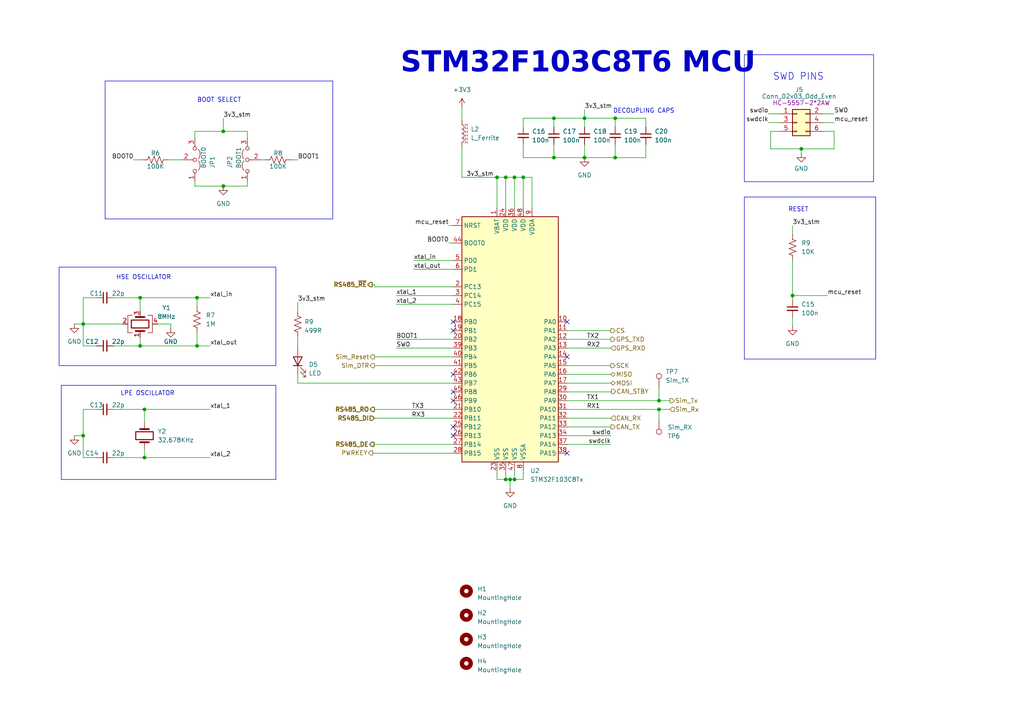
<source format=kicad_sch>
(kicad_sch (version 20230121) (generator eeschema)
  (paper "A4")
  (lib_symbols
    (symbol "Connector:TestPoint" (pin_numbers hide) (pin_names (offset 0.762) hide)
      (property "Reference" "TP" (at 0 6.858 0))
      (property "Value" "TestPoint" (at 0 5.08 0))
      (symbol "TestPoint_0_1"
        (circle (center 0 3.302) (radius 0.762))
      )
      (symbol "TestPoint_1_1"
        (pin passive line (at 0 0 90) (length 2.54) (name "1") (number "1"))
      )
    )
    (symbol "Connector_Generic:Conn_02x03_Odd_Even" (pin_names (offset 1.016) hide)
      (property "Reference" "J" (at 1.27 5.08 0))
      (property "Value" "Conn_02x03_Odd_Even" (at 1.27 -5.08 0))
      (symbol "Conn_02x03_Odd_Even_1_1"
        (rectangle (start -1.27 -2.413) (end 0 -2.667) (stroke (width 0.1524)))
        (rectangle (start -1.27 0.127) (end 0 -0.127) (stroke (width 0.1524)))
        (rectangle (start -1.27 2.667) (end 0 2.413) (stroke (width 0.1524)))
        (rectangle (start -1.27 3.81) (end 3.81 -3.81) (stroke (width 0.254)) (fill (type background)))
        (rectangle (start 3.81 -2.413) (end 2.54 -2.667) (stroke (width 0.1524)))
        (rectangle (start 3.81 0.127) (end 2.54 -0.127) (stroke (width 0.1524)))
        (rectangle (start 3.81 2.667) (end 2.54 2.413) (stroke (width 0.1524)))
        (pin passive line (at -5.08 2.54 0) (length 3.81) (name "Pin_1") (number "1"))
        (pin passive line (at 7.62 2.54 180) (length 3.81) (name "Pin_2") (number "2"))
        (pin passive line (at -5.08 0 0) (length 3.81) (name "Pin_3") (number "3"))
        (pin passive line (at 7.62 0 180) (length 3.81) (name "Pin_4") (number "4"))
        (pin passive line (at -5.08 -2.54 0) (length 3.81) (name "Pin_5") (number "5"))
        (pin passive line (at 7.62 -2.54 180) (length 3.81) (name "Pin_6") (number "6"))
      )
    )
    (symbol "Device:C_Small" (pin_numbers hide) (pin_names (offset 0.254) hide)
      (property "Reference" "C" (at 0.254 1.778 0))
      (property "Value" "C_Small" (at 0.254 -2.032 0))
      (symbol "C_Small_0_1"
        (polyline (pts (xy -1.524 -0.508) (xy 1.524 -0.508)) (stroke (width 0.3302)))
        (polyline (pts (xy -1.524 0.508) (xy 1.524 0.508)) (stroke (width 0.3048)))
      )
      (symbol "C_Small_1_1"
        (pin passive line (at 0 2.54 270) (length 2.032) (name "~") (number "1"))
        (pin passive line (at 0 -2.54 90) (length 2.032) (name "~") (number "2"))
      )
    )
    (symbol "Device:Crystal" (pin_numbers hide) (pin_names (offset 1.016) hide)
      (property "Reference" "Y" (at 0 3.81 0))
      (property "Value" "Crystal" (at 0 -3.81 0))
      (symbol "Crystal_0_1"
        (rectangle (start -1.143 2.54) (end 1.143 -2.54) (stroke (width 0.3048)))
        (polyline (pts (xy -2.54 0) (xy -1.905 0)))
        (polyline (pts (xy -1.905 -1.27) (xy -1.905 1.27)) (stroke (width 0.508)))
        (polyline (pts (xy 1.905 -1.27) (xy 1.905 1.27)) (stroke (width 0.508)))
        (polyline (pts (xy 2.54 0) (xy 1.905 0)))
      )
      (symbol "Crystal_1_1"
        (pin passive line (at -3.81 0 0) (length 1.27) (name "1") (number "1"))
        (pin passive line (at 3.81 0 180) (length 1.27) (name "2") (number "2"))
      )
    )
    (symbol "Device:Crystal_GND24" (pin_names (offset 1.016) hide)
      (property "Reference" "Y" (at 3.175 5.08 0))
      (property "Value" "Crystal_GND24" (at 3.175 3.175 0))
      (symbol "Crystal_GND24_0_1"
        (rectangle (start -1.143 2.54) (end 1.143 -2.54) (stroke (width 0.3048)))
        (polyline (pts (xy -2.54 0) (xy -2.032 0)))
        (polyline (pts (xy -2.032 -1.27) (xy -2.032 1.27)) (stroke (width 0.508)))
        (polyline (pts (xy 0 -3.81) (xy 0 -3.556)))
        (polyline (pts (xy 0 3.556) (xy 0 3.81)))
        (polyline (pts (xy 2.032 -1.27) (xy 2.032 1.27)) (stroke (width 0.508)))
        (polyline (pts (xy 2.032 0) (xy 2.54 0)))
        (polyline (pts (xy -2.54 -2.286) (xy -2.54 -3.556) (xy 2.54 -3.556) (xy 2.54 -2.286)))
        (polyline (pts (xy -2.54 2.286) (xy -2.54 3.556) (xy 2.54 3.556) (xy 2.54 2.286)))
      )
      (symbol "Crystal_GND24_1_1"
        (pin passive line (at -3.81 0 0) (length 1.27) (name "1") (number "1"))
        (pin passive line (at 0 5.08 270) (length 1.27) (name "2") (number "2"))
        (pin passive line (at 3.81 0 180) (length 1.27) (name "3") (number "3"))
        (pin passive line (at 0 -5.08 90) (length 1.27) (name "4") (number "4"))
      )
    )
    (symbol "Device:LED" (pin_numbers hide) (pin_names (offset 1.016) hide)
      (property "Reference" "D" (at 0 2.54 0))
      (property "Value" "LED" (at 0 -2.54 0))
      (symbol "LED_0_1"
        (polyline (pts (xy -1.27 -1.27) (xy -1.27 1.27)) (stroke (width 0.254)))
        (polyline (pts (xy -1.27 0) (xy 1.27 0)))
        (polyline (pts (xy 1.27 -1.27) (xy 1.27 1.27) (xy -1.27 0) (xy 1.27 -1.27)) (stroke (width 0.254)))
        (polyline (pts (xy -3.048 -0.762) (xy -4.572 -2.286) (xy -3.81 -2.286) (xy -4.572 -2.286) (xy -4.572 -1.524)))
        (polyline (pts (xy -1.778 -0.762) (xy -3.302 -2.286) (xy -2.54 -2.286) (xy -3.302 -2.286) (xy -3.302 -1.524)))
      )
      (symbol "LED_1_1"
        (pin passive line (at -3.81 0 0) (length 2.54) (name "K") (number "1"))
        (pin passive line (at 3.81 0 180) (length 2.54) (name "A") (number "2"))
      )
    )
    (symbol "Device:L_Ferrite" (pin_numbers hide) (pin_names (offset 1.016) hide)
      (property "Reference" "L" (at -1.27 0 90))
      (property "Value" "L_Ferrite" (at 2.794 0 90))
      (symbol "L_Ferrite_0_1"
        (arc (start 0 -2.54) (mid 0.6323 -1.905) (end 0 -1.27))
        (arc (start 0 -1.27) (mid 0.6323 -0.635) (end 0 0))
        (polyline (pts (xy 1.016 -2.794) (xy 1.016 -2.286)))
        (polyline (pts (xy 1.016 -1.778) (xy 1.016 -1.27)))
        (polyline (pts (xy 1.016 -0.762) (xy 1.016 -0.254)))
        (polyline (pts (xy 1.016 0.254) (xy 1.016 0.762)))
        (polyline (pts (xy 1.016 1.27) (xy 1.016 1.778)))
        (polyline (pts (xy 1.016 2.286) (xy 1.016 2.794)))
        (polyline (pts (xy 1.524 -2.286) (xy 1.524 -2.794)))
        (polyline (pts (xy 1.524 -1.27) (xy 1.524 -1.778)))
        (polyline (pts (xy 1.524 -0.254) (xy 1.524 -0.762)))
        (polyline (pts (xy 1.524 0.762) (xy 1.524 0.254)))
        (polyline (pts (xy 1.524 1.778) (xy 1.524 1.27)))
        (polyline (pts (xy 1.524 2.794) (xy 1.524 2.286)))
        (arc (start 0 0) (mid 0.6323 0.635) (end 0 1.27))
        (arc (start 0 1.27) (mid 0.6323 1.905) (end 0 2.54))
      )
      (symbol "L_Ferrite_1_1"
        (pin passive line (at 0 3.81 270) (length 1.27) (name "1") (number "1"))
        (pin passive line (at 0 -3.81 90) (length 1.27) (name "2") (number "2"))
      )
    )
    (symbol "Device:R_US" (pin_numbers hide) (pin_names (offset 0))
      (property "Reference" "R" (at 2.54 0 90))
      (property "Value" "R_US" (at -2.54 0 90))
      (symbol "R_US_0_1"
        (polyline (pts (xy 0 -2.286) (xy 0 -2.54)))
        (polyline (pts (xy 0 2.286) (xy 0 2.54)))
        (polyline (pts (xy 0 -0.762) (xy 1.016 -1.143) (xy 0 -1.524) (xy -1.016 -1.905) (xy 0 -2.286)))
        (polyline (pts (xy 0 0.762) (xy 1.016 0.381) (xy 0 0) (xy -1.016 -0.381) (xy 0 -0.762)))
        (polyline (pts (xy 0 2.286) (xy 1.016 1.905) (xy 0 1.524) (xy -1.016 1.143) (xy 0 0.762)))
      )
      (symbol "R_US_1_1"
        (pin passive line (at 0 3.81 270) (length 1.27) (name "~") (number "1"))
        (pin passive line (at 0 -3.81 90) (length 1.27) (name "~") (number "2"))
      )
    )
    (symbol "Jumper:Jumper_3_Open" (pin_names (offset 0) hide)
      (property "Reference" "JP" (at -2.54 -2.54 0))
      (property "Value" "Jumper_3_Open" (at 0 2.794 0))
      (symbol "Jumper_3_Open_0_0"
        (circle (center -3.302 0) (radius 0.508))
        (circle (center 0 0) (radius 0.508))
        (circle (center 3.302 0) (radius 0.508))
      )
      (symbol "Jumper_3_Open_0_1"
        (arc (start -0.254 1.016) (mid -1.651 1.4992) (end -3.048 1.016))
        (polyline (pts (xy 0 -0.508) (xy 0 -1.27)))
        (arc (start 3.048 1.016) (mid 1.651 1.4992) (end 0.254 1.016))
      )
      (symbol "Jumper_3_Open_1_1"
        (pin passive line (at -6.35 0 0) (length 2.54) (name "A") (number "1"))
        (pin passive line (at 0 -3.81 90) (length 2.54) (name "C") (number "2"))
        (pin passive line (at 6.35 0 180) (length 2.54) (name "B") (number "3"))
      )
    )
    (symbol "MCU_ST_STM32F1:STM32F103C8Tx"
      (property "Reference" "U" (at -15.24 36.83 0))
      (property "Value" "STM32F103C8Tx" (at 7.62 36.83 0))
      (symbol "STM32F103C8Tx_0_1"
        (rectangle (start -15.24 -35.56) (end 12.7 35.56) (stroke (width 0.254)) (fill (type background)))
      )
      (symbol "STM32F103C8Tx_1_1"
        (pin power_in line (at -5.08 38.1 270) (length 2.54) (name "VBAT") (number "1"))
        (pin bidirectional line (at 15.24 5.08 180) (length 2.54) (name "PA0") (number "10"))
        (pin bidirectional line (at 15.24 2.54 180) (length 2.54) (name "PA1") (number "11"))
        (pin bidirectional line (at 15.24 0 180) (length 2.54) (name "PA2") (number "12"))
        (pin bidirectional line (at 15.24 -2.54 180) (length 2.54) (name "PA3") (number "13"))
        (pin bidirectional line (at 15.24 -5.08 180) (length 2.54) (name "PA4") (number "14"))
        (pin bidirectional line (at 15.24 -7.62 180) (length 2.54) (name "PA5") (number "15"))
        (pin bidirectional line (at 15.24 -10.16 180) (length 2.54) (name "PA6") (number "16"))
        (pin bidirectional line (at 15.24 -12.7 180) (length 2.54) (name "PA7") (number "17"))
        (pin bidirectional line (at -17.78 5.08 0) (length 2.54) (name "PB0") (number "18"))
        (pin bidirectional line (at -17.78 2.54 0) (length 2.54) (name "PB1") (number "19"))
        (pin bidirectional line (at -17.78 15.24 0) (length 2.54) (name "PC13") (number "2"))
        (pin bidirectional line (at -17.78 0 0) (length 2.54) (name "PB2") (number "20"))
        (pin bidirectional line (at -17.78 -20.32 0) (length 2.54) (name "PB10") (number "21"))
        (pin bidirectional line (at -17.78 -22.86 0) (length 2.54) (name "PB11") (number "22"))
        (pin power_in line (at -5.08 -38.1 90) (length 2.54) (name "VSS") (number "23"))
        (pin power_in line (at -2.54 38.1 270) (length 2.54) (name "VDD") (number "24"))
        (pin bidirectional line (at -17.78 -25.4 0) (length 2.54) (name "PB12") (number "25"))
        (pin bidirectional line (at -17.78 -27.94 0) (length 2.54) (name "PB13") (number "26"))
        (pin bidirectional line (at -17.78 -30.48 0) (length 2.54) (name "PB14") (number "27"))
        (pin bidirectional line (at -17.78 -33.02 0) (length 2.54) (name "PB15") (number "28"))
        (pin bidirectional line (at 15.24 -15.24 180) (length 2.54) (name "PA8") (number "29"))
        (pin bidirectional line (at -17.78 12.7 0) (length 2.54) (name "PC14") (number "3"))
        (pin bidirectional line (at 15.24 -17.78 180) (length 2.54) (name "PA9") (number "30"))
        (pin bidirectional line (at 15.24 -20.32 180) (length 2.54) (name "PA10") (number "31"))
        (pin bidirectional line (at 15.24 -22.86 180) (length 2.54) (name "PA11") (number "32"))
        (pin bidirectional line (at 15.24 -25.4 180) (length 2.54) (name "PA12") (number "33"))
        (pin bidirectional line (at 15.24 -27.94 180) (length 2.54) (name "PA13") (number "34"))
        (pin power_in line (at -2.54 -38.1 90) (length 2.54) (name "VSS") (number "35"))
        (pin power_in line (at 0 38.1 270) (length 2.54) (name "VDD") (number "36"))
        (pin bidirectional line (at 15.24 -30.48 180) (length 2.54) (name "PA14") (number "37"))
        (pin bidirectional line (at 15.24 -33.02 180) (length 2.54) (name "PA15") (number "38"))
        (pin bidirectional line (at -17.78 -2.54 0) (length 2.54) (name "PB3") (number "39"))
        (pin bidirectional line (at -17.78 10.16 0) (length 2.54) (name "PC15") (number "4"))
        (pin bidirectional line (at -17.78 -5.08 0) (length 2.54) (name "PB4") (number "40"))
        (pin bidirectional line (at -17.78 -7.62 0) (length 2.54) (name "PB5") (number "41"))
        (pin bidirectional line (at -17.78 -10.16 0) (length 2.54) (name "PB6") (number "42"))
        (pin bidirectional line (at -17.78 -12.7 0) (length 2.54) (name "PB7") (number "43"))
        (pin input line (at -17.78 27.94 0) (length 2.54) (name "BOOT0") (number "44"))
        (pin bidirectional line (at -17.78 -15.24 0) (length 2.54) (name "PB8") (number "45"))
        (pin bidirectional line (at -17.78 -17.78 0) (length 2.54) (name "PB9") (number "46"))
        (pin power_in line (at 0 -38.1 90) (length 2.54) (name "VSS") (number "47"))
        (pin power_in line (at 2.54 38.1 270) (length 2.54) (name "VDD") (number "48"))
        (pin input line (at -17.78 22.86 0) (length 2.54) (name "PD0") (number "5"))
        (pin input line (at -17.78 20.32 0) (length 2.54) (name "PD1") (number "6"))
        (pin input line (at -17.78 33.02 0) (length 2.54) (name "NRST") (number "7"))
        (pin power_in line (at 2.54 -38.1 90) (length 2.54) (name "VSSA") (number "8"))
        (pin power_in line (at 5.08 38.1 270) (length 2.54) (name "VDDA") (number "9"))
      )
    )
    (symbol "Mechanical:MountingHole" (pin_names (offset 1.016))
      (property "Reference" "H" (at 0 5.08 0))
      (property "Value" "MountingHole" (at 0 3.175 0))
      (symbol "MountingHole_0_1"
        (circle (center 0 0) (radius 1.27) (stroke (width 1.27)))
      )
    )
    (symbol "power:+3V3" (power) (pin_names (offset 0))
      (property "Value" "+3V3" (at 0 3.556 0))
      (symbol "+3V3_0_1"
        (polyline (pts (xy -0.762 1.27) (xy 0 2.54)))
        (polyline (pts (xy 0 0) (xy 0 2.54)))
        (polyline (pts (xy 0 2.54) (xy 0.762 1.27)))
      )
      (symbol "+3V3_1_1"
        (pin power_in line (at 0 0 90) (length 0) hide (name "+3V3") (number "1"))
      )
    )
    (symbol "power:GND" (power) (pin_names (offset 0))
      (property "Value" "GND" (at 0 -3.81 0))
      (symbol "GND_0_1"
        (polyline (pts (xy 0 0) (xy 0 -1.27) (xy 1.27 -1.27) (xy 0 -2.54) (xy -1.27 -1.27) (xy 0 -1.27)))
      )
      (symbol "GND_1_1"
        (pin power_in line (at 0 0 270) (length 0) hide (name "GND") (number "1"))
      )
    )
  )
  (junction (at 41.91 132.715))
  (junction (at 64.77 53.975))
  (junction (at 178.435 34.29))
  (junction (at 191.135 118.745))
  (junction (at 24.13 93.98))
  (junction (at 57.15 100.33))
  (junction (at 178.435 45.72))
  (junction (at 191.135 116.205))
  (junction (at 160.655 34.29))
  (junction (at 146.685 51.435))
  (junction (at 147.955 139.065))
  (junction (at 40.64 86.36))
  (junction (at 144.145 51.435))
  (junction (at 160.655 45.72))
  (junction (at 146.685 139.065))
  (junction (at 24.13 126.365))
  (junction (at 57.15 86.36))
  (junction (at 149.225 139.065))
  (junction (at 64.77 38.1))
  (junction (at 151.765 51.435))
  (junction (at 40.64 100.33))
  (junction (at 149.225 51.435))
  (junction (at 229.87 85.725))
  (junction (at 169.545 45.72))
  (junction (at 41.91 118.745))
  (junction (at 169.545 34.29))
  (junction (at 232.41 43.18))
  (no_connect (at 164.465 131.445))
  (no_connect (at 131.445 93.345))
  (no_connect (at 131.445 116.205))
  (no_connect (at 131.445 113.665))
  (no_connect (at 131.445 108.585))
  (no_connect (at 131.445 123.825))
  (no_connect (at 131.445 126.365))
  (no_connect (at 131.445 95.885))
  (no_connect (at 164.465 93.345))
  (no_connect (at 164.465 103.505))
  (wire (pts (xy 130.175 65.405) (xy 131.445 65.405)))
  (wire (pts (xy 178.435 34.29) (xy 178.435 36.83)))
  (wire (pts (xy 164.465 116.205) (xy 191.135 116.205)))
  (wire (pts (xy 149.225 51.435) (xy 149.225 60.325)))
  (wire (pts (xy 160.655 45.72) (xy 169.545 45.72)))
  (wire (pts (xy 71.755 53.975) (xy 71.755 52.705)))
  (polyline (pts (xy 30.48 23.495) (xy 30.48 63.5)))
  (wire (pts (xy 151.765 34.29) (xy 151.765 36.83)))
  (wire (pts (xy 164.465 123.825) (xy 177.165 123.825)))
  (wire (pts (xy 160.655 41.91) (xy 160.655 45.72)))
  (wire (pts (xy 178.435 41.91) (xy 178.435 45.72)))
  (wire (pts (xy 38.735 46.355) (xy 41.275 46.355)))
  (polyline (pts (xy 253.365 15.875) (xy 253.365 52.705)))
  (wire (pts (xy 56.515 38.1) (xy 56.515 40.005)))
  (wire (pts (xy 108.6726 83.185) (xy 131.445 83.185)))
  (wire (pts (xy 238.76 33.02) (xy 241.935 33.02)))
  (wire (pts (xy 108.585 118.745) (xy 131.445 118.745)))
  (polyline (pts (xy 253.365 52.705) (xy 215.9 52.705)))
  (wire (pts (xy 241.935 38.1) (xy 241.935 43.18)))
  (wire (pts (xy 120.015 75.565) (xy 131.445 75.565)))
  (wire (pts (xy 86.36 87.63) (xy 86.36 90.17)))
  (polyline (pts (xy 17.145 77.47) (xy 17.145 106.045)))
  (wire (pts (xy 191.135 118.745) (xy 191.135 121.92)))
  (wire (pts (xy 24.13 93.98) (xy 35.56 93.98)))
  (polyline (pts (xy 80.01 106.045) (xy 17.145 106.045)))
  (wire (pts (xy 48.895 46.355) (xy 52.705 46.355)))
  (wire (pts (xy 147.955 139.065) (xy 147.955 141.605)))
  (wire (pts (xy 108.585 106.045) (xy 131.445 106.045)))
  (wire (pts (xy 56.515 53.975) (xy 64.77 53.975)))
  (polyline (pts (xy 80.01 111.76) (xy 80.01 139.065)))
  (wire (pts (xy 41.91 118.745) (xy 60.96 118.745)))
  (wire (pts (xy 177.336 113.5232) (xy 177.336 113.665)))
  (wire (pts (xy 56.515 38.1) (xy 64.77 38.1)))
  (polyline (pts (xy 215.9 15.875) (xy 215.9 52.705)))
  (wire (pts (xy 164.465 111.125) (xy 177.165 111.125)))
  (wire (pts (xy 151.765 51.435) (xy 154.305 51.435)))
  (wire (pts (xy 164.465 95.885) (xy 177.165 95.885)))
  (wire (pts (xy 108.6726 82.55) (xy 108.6726 83.185)))
  (wire (pts (xy 40.64 100.33) (xy 57.15 100.33)))
  (wire (pts (xy 164.465 126.365) (xy 177.165 126.365)))
  (wire (pts (xy 57.15 86.36) (xy 57.15 88.9)))
  (wire (pts (xy 144.145 51.435) (xy 144.145 60.325)))
  (wire (pts (xy 164.465 106.045) (xy 177.165 106.045)))
  (wire (pts (xy 191.135 116.205) (xy 194.31 116.205)))
  (wire (pts (xy 146.685 139.065) (xy 147.955 139.065)))
  (wire (pts (xy 41.91 130.175) (xy 41.91 132.715)))
  (polyline (pts (xy 80.01 139.065) (xy 17.78 139.065)))
  (wire (pts (xy 133.985 31.115) (xy 133.985 34.925)))
  (wire (pts (xy 151.765 136.525) (xy 151.765 139.065)))
  (wire (pts (xy 160.655 34.29) (xy 151.765 34.29)))
  (wire (pts (xy 108.0919 131.3658) (xy 108.0919 131.445)))
  (wire (pts (xy 151.765 51.435) (xy 151.765 60.325)))
  (polyline (pts (xy 96.52 23.495) (xy 96.52 63.5)))
  (wire (pts (xy 86.36 97.79) (xy 86.36 100.965)))
  (wire (pts (xy 108.0919 131.445) (xy 131.445 131.445)))
  (wire (pts (xy 144.145 136.525) (xy 144.145 139.065)))
  (wire (pts (xy 114.935 100.965) (xy 131.445 100.965)))
  (wire (pts (xy 33.02 118.745) (xy 41.91 118.745)))
  (wire (pts (xy 169.545 34.29) (xy 169.545 36.83)))
  (wire (pts (xy 114.935 88.265) (xy 131.445 88.265)))
  (wire (pts (xy 164.465 121.285) (xy 177.165 121.285)))
  (wire (pts (xy 187.325 45.72) (xy 187.325 41.91)))
  (wire (pts (xy 64.77 34.29) (xy 64.77 38.1)))
  (wire (pts (xy 57.15 96.52) (xy 57.15 100.33)))
  (wire (pts (xy 45.72 93.98) (xy 49.53 93.98)))
  (wire (pts (xy 146.685 136.525) (xy 146.685 139.065)))
  (wire (pts (xy 229.87 92.075) (xy 229.87 94.615)))
  (wire (pts (xy 40.64 90.17) (xy 40.64 86.36)))
  (wire (pts (xy 133.985 51.435) (xy 144.145 51.435)))
  (wire (pts (xy 191.135 118.745) (xy 194.31 118.745)))
  (wire (pts (xy 169.545 41.91) (xy 169.545 45.72)))
  (wire (pts (xy 114.935 98.425) (xy 131.445 98.425)))
  (wire (pts (xy 149.225 51.435) (xy 151.765 51.435)))
  (polyline (pts (xy 17.145 77.47) (xy 80.01 77.47)))
  (wire (pts (xy 223.52 38.1) (xy 226.06 38.1)))
  (wire (pts (xy 229.87 75.565) (xy 229.87 85.725)))
  (wire (pts (xy 238.76 35.56) (xy 241.935 35.56)))
  (wire (pts (xy 164.465 98.425) (xy 177.165 98.425)))
  (wire (pts (xy 222.885 35.56) (xy 226.06 35.56)))
  (wire (pts (xy 27.94 118.745) (xy 24.13 118.745)))
  (wire (pts (xy 229.87 85.725) (xy 240.03 85.725)))
  (wire (pts (xy 169.545 45.72) (xy 178.435 45.72)))
  (wire (pts (xy 108.4632 128.905) (xy 131.445 128.905)))
  (wire (pts (xy 56.515 52.705) (xy 56.515 53.975)))
  (wire (pts (xy 75.565 46.355) (xy 76.835 46.355)))
  (wire (pts (xy 164.465 128.905) (xy 177.165 128.905)))
  (wire (pts (xy 169.545 34.29) (xy 160.655 34.29)))
  (wire (pts (xy 24.13 132.715) (xy 27.94 132.715)))
  (wire (pts (xy 146.685 51.435) (xy 149.225 51.435)))
  (polyline (pts (xy 254 104.14) (xy 215.9 104.14)))
  (wire (pts (xy 21.59 126.365) (xy 24.13 126.365)))
  (wire (pts (xy 40.64 100.33) (xy 40.64 97.79)))
  (wire (pts (xy 21.59 93.98) (xy 24.13 93.98)))
  (wire (pts (xy 178.435 45.72) (xy 187.325 45.72)))
  (wire (pts (xy 130.175 70.485) (xy 131.445 70.485)))
  (wire (pts (xy 191.135 112.395) (xy 191.135 116.205)))
  (wire (pts (xy 144.145 139.065) (xy 146.685 139.065)))
  (wire (pts (xy 24.13 100.33) (xy 27.94 100.33)))
  (wire (pts (xy 151.765 41.91) (xy 151.765 45.72)))
  (polyline (pts (xy 30.48 23.495) (xy 96.52 23.495)))
  (wire (pts (xy 57.15 86.36) (xy 60.96 86.36)))
  (wire (pts (xy 164.465 100.965) (xy 177.165 100.965)))
  (wire (pts (xy 222.885 33.02) (xy 226.06 33.02)))
  (wire (pts (xy 223.52 43.18) (xy 223.52 38.1)))
  (wire (pts (xy 108.6726 82.55) (xy 107.95 82.55)))
  (wire (pts (xy 177.336 113.665) (xy 164.465 113.665)))
  (wire (pts (xy 108.585 103.505) (xy 131.445 103.505)))
  (wire (pts (xy 64.77 53.975) (xy 71.755 53.975)))
  (wire (pts (xy 114.935 85.725) (xy 131.445 85.725)))
  (wire (pts (xy 164.465 118.745) (xy 191.135 118.745)))
  (wire (pts (xy 169.545 31.75) (xy 169.545 34.29)))
  (wire (pts (xy 144.145 51.435) (xy 146.685 51.435)))
  (wire (pts (xy 41.91 118.745) (xy 41.91 122.555)))
  (wire (pts (xy 24.13 93.98) (xy 24.13 100.33)))
  (wire (pts (xy 154.305 51.435) (xy 154.305 60.325)))
  (wire (pts (xy 232.41 44.45) (xy 232.41 43.18)))
  (polyline (pts (xy 215.9 57.15) (xy 254 57.15)))
  (wire (pts (xy 24.13 126.365) (xy 24.13 132.715)))
  (wire (pts (xy 24.13 86.36) (xy 24.13 93.98)))
  (wire (pts (xy 49.53 93.98) (xy 49.53 95.25)))
  (wire (pts (xy 149.225 136.525) (xy 149.225 139.065)))
  (wire (pts (xy 40.64 86.36) (xy 57.15 86.36)))
  (wire (pts (xy 133.985 42.545) (xy 133.985 51.435)))
  (wire (pts (xy 33.02 132.715) (xy 41.91 132.715)))
  (wire (pts (xy 108.4632 128.8757) (xy 108.4632 128.905)))
  (polyline (pts (xy 80.01 77.47) (xy 80.01 106.045)))
  (wire (pts (xy 241.935 43.18) (xy 232.41 43.18)))
  (wire (pts (xy 187.325 34.29) (xy 178.435 34.29)))
  (wire (pts (xy 108.585 121.285) (xy 131.445 121.285)))
  (wire (pts (xy 120.015 78.105) (xy 131.445 78.105)))
  (wire (pts (xy 178.435 34.29) (xy 169.545 34.29)))
  (wire (pts (xy 41.91 132.715) (xy 60.96 132.715)))
  (wire (pts (xy 160.655 34.29) (xy 160.655 36.83)))
  (polyline (pts (xy 254 57.15) (xy 254 104.14)))
  (wire (pts (xy 33.02 100.33) (xy 40.64 100.33)))
  (wire (pts (xy 164.465 108.585) (xy 177.165 108.585)))
  (wire (pts (xy 238.76 38.1) (xy 241.935 38.1)))
  (wire (pts (xy 24.13 118.745) (xy 24.13 126.365)))
  (wire (pts (xy 71.755 40.005) (xy 71.755 38.1)))
  (wire (pts (xy 232.41 43.18) (xy 223.52 43.18)))
  (wire (pts (xy 27.94 86.36) (xy 24.13 86.36)))
  (wire (pts (xy 187.325 36.83) (xy 187.325 34.29)))
  (polyline (pts (xy 96.52 63.5) (xy 30.48 63.5)))
  (wire (pts (xy 149.225 139.065) (xy 151.765 139.065)))
  (wire (pts (xy 146.685 51.435) (xy 146.685 60.325)))
  (wire (pts (xy 229.87 85.725) (xy 229.87 86.995)))
  (wire (pts (xy 151.765 45.72) (xy 160.655 45.72)))
  (wire (pts (xy 229.87 65.405) (xy 229.87 67.945)))
  (wire (pts (xy 57.15 100.33) (xy 60.96 100.33)))
  (wire (pts (xy 84.455 46.355) (xy 86.36 46.355)))
  (polyline (pts (xy 17.78 111.76) (xy 80.01 111.76)))
  (wire (pts (xy 86.36 108.585) (xy 86.36 111.125)))
  (polyline (pts (xy 215.9 15.875) (xy 253.365 15.875)))
  (wire (pts (xy 147.955 139.065) (xy 149.225 139.065)))
  (polyline (pts (xy 215.9 57.15) (xy 215.9 104.14)))
  (polyline (pts (xy 17.78 111.76) (xy 17.78 139.065)))
  (wire (pts (xy 131.445 111.125) (xy 86.36 111.125)))
  (wire (pts (xy 33.02 86.36) (xy 40.64 86.36)))
  (wire (pts (xy 64.77 38.1) (xy 71.755 38.1)))
  (text "RESET" (at 228.6 61.595 0) (effects (font (size 1.27 1.27)) (justify left bottom)))
  (text "DECOUPLING CAPS" (at 177.8 33.02 0) (effects (font (size 1.27 1.27)) (justify left bottom)))
  (text "SWD PINS" (at 224.155 23.495 0) (effects (font (size 2 2)) (justify left bottom)))
  (text "LPE OSCILLATOR" (at 34.925 114.935 0) (effects (font (size 1.27 1.27)) (justify left bottom)))
  (text "STM32F103C8T6 MCU" (at 116.205 23.495 0) (effects (font (size 6 6) bold) (justify left bottom)))
  (text "HSE OSCILLATOR" (at 33.655 81.28 0) (effects (font (size 1.27 1.27)) (justify left bottom)))
  (text "BOOT SELECT" (at 57.15 29.845 0) (effects (font (size 1.27 1.27)) (justify left bottom)))
  (label "xtal_2" (at 114.935 88.265 0))
  (label "BOOT1" (at 86.36 46.355 0))
  (label "SW0" (at 114.935 100.965 0))
  (label "3v3_stm" (at 86.36 87.63 0))
  (label "xtal_in" (at 60.96 86.36 0))
  (label "TX1" (at 170.18 116.205 0))
  (label "xtal_1" (at 60.96 118.745 0))
  (label "BOOT0" (at 130.175 70.485 180))
  (label "swdio" (at 222.885 33.02 180))
  (label "xtal_out" (at 60.96 100.33 0))
  (label "xtal_1" (at 114.935 85.725 0))
  (label "3v3_stm" (at 229.87 65.405 0))
  (label "mcu_reset" (at 241.935 35.56 0))
  (label "BOOT1" (at 114.935 98.425 0))
  (label "swdio" (at 177.165 126.365 180))
  (label "xtal_2" (at 60.96 132.715 0))
  (label "3v3_stm" (at 64.77 34.29 0))
  (label "RX2" (at 170.18 100.965 0))
  (label "swdclk" (at 177.165 128.905 180))
  (label "RX1" (at 170.18 118.745 0))
  (label "xtal_in" (at 120.015 75.565 0))
  (label "3v3_stm" (at 169.545 31.75 0))
  (label "TX2" (at 170.18 98.425 0))
  (label "RX3" (at 119.38 121.285 0))
  (label "xtal_out" (at 120.015 78.105 0))
  (label "BOOT0" (at 38.735 46.355 180))
  (label "3v3_stm" (at 135.255 51.435 0))
  (label "TX3" (at 119.38 118.745 0))
  (label "mcu_reset" (at 130.175 65.405 180))
  (label "SW0" (at 241.935 33.02 0))
  (label "mcu_reset" (at 240.03 85.725 0))
  (label "swdclk" (at 222.885 35.56 180))
  (hierarchical_label "CS" (shape output) (at 177.165 95.885 0))
  (hierarchical_label "CAN_STBY" (shape output) (at 177.336 113.5232 0))
  (hierarchical_label "GPS_TXD" (shape output) (at 177.165 98.425 0))
  (hierarchical_label "RS485_~{RE}" (shape output) (at 107.95 82.55 180) (effects (font bold)))
  (hierarchical_label "MISO" (shape bidirectional) (at 177.165 108.585 0))
  (hierarchical_label "CAN_TX" (shape output) (at 177.165 123.825 0))
  (hierarchical_label "MOSI" (shape bidirectional) (at 177.165 111.125 0))
  (hierarchical_label "Sim_Reset" (shape output) (at 108.585 103.505 180))
  (hierarchical_label "Sim_Rx" (shape input) (at 194.31 118.745 0))
  (hierarchical_label "RS485_RO" (shape output) (at 108.585 118.745 180) (effects (font bold)))
  (hierarchical_label "CAN_RX" (shape input) (at 177.165 121.285 0))
  (hierarchical_label "PWRKEY" (shape output) (at 108.0919 131.3658 180))
  (hierarchical_label "GPS_RXD" (shape input) (at 177.165 100.965 0))
  (hierarchical_label "RS485_DE" (shape output) (at 108.4632 128.8757 180) (effects (font bold)))
  (hierarchical_label "RS485_DI" (shape input) (at 108.585 121.285 180) (effects (font bold)))
  (hierarchical_label "SCK" (shape output) (at 177.165 106.045 0))
  (hierarchical_label "Sim_DTR" (shape output) (at 108.585 106.045 180))
  (hierarchical_label "Sim_Tx" (shape output) (at 194.31 116.205 0))
  (symbol (lib_id "power:GND") (at 21.59 126.365 0) (unit 1)
    (property "Reference" "#PWR017" (effects hide))
    (property "Value" "GND" (at 21.59 131.445 0))
    (instances (project "ALERT_RIDER_HARDWARE" (path "" (reference "#PWR017") (unit 1))) (project "GPS_MODULE_V3.kicad_pro" (path "" (reference "#PWR015") (unit 1))) (project "BIM_PCB" (path "" (reference "#PWR018") (unit 1))))
  )
  (symbol (lib_id "power:GND") (at 229.87 94.615 0) (unit 1)
    (property "Reference" "#PWR021" (effects hide))
    (property "Value" "GND" (at 229.87 99.695 0))
    (instances (project "ALERT_RIDER_HARDWARE" (path "" (reference "#PWR021") (unit 1))) (project "GPS_MODULE_V3.kicad_pro" (path "" (reference "#PWR022") (unit 1))) (project "BIM_PCB" (path "" (reference "#PWR012") (unit 1))))
  )
  (symbol (lib_id "Device:C_Small") (at 169.545 39.37 0) (unit 1)
    (property "Reference" "C18" (at 172.085 38.1062 0) (effects (justify left)))
    (property "Value" "100n" (at 172.085 40.6462 0) (effects (justify left)))
    (property "Footprint" "Capacitor_SMD:C_0402_1005Metric" (effects hide))
    (instances (project "ALERT_RIDER_HARDWARE" (path "" (reference "C18") (unit 1))) (project "GPS_MODULE_V3.kicad_pro" (path "" (reference "C13") (unit 1))) (project "BIM_PCB" (path "" (reference "C3") (unit 1))))
  )
  (symbol (lib_id "power:+3V3") (at 133.985 31.115 0) (unit 1)
    (property "Reference" "#PWR022" (effects hide))
    (property "Value" "+3V3" (at 133.985 26.035 0))
    (instances (project "ALERT_RIDER_HARDWARE" (path "" (reference "#PWR022") (unit 1))) (project "GPS_MODULE_V3.kicad_pro" (path "" (reference "#PWR018") (unit 1))) (project "BIM_PCB" (path "" (reference "#PWR05") (unit 1))))
  )
  (symbol (lib_id "Device:R_US") (at 57.15 92.71 0) (unit 1)
    (property "Reference" "R7" (at 59.69 91.4399 0) (effects (justify left)))
    (property "Value" "1M" (at 59.69 93.9799 0) (effects (justify left)))
    (property "Footprint" "Resistor_SMD:R_0402_1005Metric" (effects hide))
    (instances (project "ALERT_RIDER_HARDWARE" (path "" (reference "R7") (unit 1))) (project "GPS_MODULE_V3.kicad_pro" (path "" (reference "R5") (unit 1))) (project "BIM_PCB" (path "" (reference "R7") (unit 1))))
  )
  (symbol (lib_id "Mechanical:MountingHole") (at 135.255 171.45 0) (unit 1)
    (property "Reference" "H1" (at 138.43 170.815 0) (effects (justify left)))
    (property "Value" "MountingHole" (at 138.43 173.355 0) (effects (justify left)))
    (property "Footprint" "MountingHole:MountingHole_2.7mm" (effects hide))
  )
  (symbol (lib_id "Device:Crystal_GND24") (at 40.64 93.98 90) (unit 1)
    (property "Reference" "Y1" (at 48.26 89.281 90))
    (property "Value" "8MHz" (at 48.26 91.821 90))
    (property "Footprint" "Crystal:Crystal_SMD_3225-4Pin_3.2x2.5mm" (effects hide))
  )
  (symbol (lib_id "power:GND") (at 49.53 95.25 0) (unit 1)
    (property "Reference" "#PWR019" (effects hide))
    (property "Value" "GND" (at 49.53 99.06 0))
    (instances (project "ALERT_RIDER_HARDWARE" (path "" (reference "#PWR019") (unit 1))) (project "GPS_MODULE_V3.kicad_pro" (path "" (reference "#PWR016") (unit 1))) (project "BIM_PCB" (path "" (reference "#PWR015") (unit 1))))
  )
  (symbol (lib_id "Device:LED") (at 86.36 104.775 90) (unit 1)
    (property "Reference" "D5" (at 89.535 105.7275 90) (effects (justify right)))
    (property "Value" "LED" (at 89.535 108.2675 90) (effects (justify right)))
    (property "Footprint" "LED_SMD:LED_0603_1608Metric" (effects hide))
    (instances (project "GPS_MODULE_V3.kicad_pro" (path "" (reference "D5") (unit 1))) (project "BIM_PCB" (path "" (reference "D2") (unit 1))))
  )
  (symbol (lib_id "power:GND") (at 147.955 141.605 0) (unit 1)
    (property "Reference" "#PWR023" (effects hide))
    (property "Value" "GND" (at 147.955 146.685 0))
    (instances (project "ALERT_RIDER_HARDWARE" (path "" (reference "#PWR023") (unit 1))) (project "GPS_MODULE_V3.kicad_pro" (path "" (reference "#PWR019") (unit 1))) (project "BIM_PCB" (path "" (reference "#PWR019") (unit 1))))
  )
  (symbol (lib_id "Device:Crystal") (at 41.91 126.365 90) (unit 1)
    (property "Reference" "Y2" (at 45.72 125.0949 90) (effects (justify right)))
    (property "Value" "32.678KHz" (at 45.72 127.6349 90) (effects (justify right)))
    (property "Footprint" "Crystal:Crystal_SMD_3215-2Pin_3.2x1.5mm" (effects hide))
  )
  (symbol (lib_id "Device:C_Small") (at 178.435 39.37 0) (unit 1)
    (property "Reference" "C19" (at 180.975 38.1062 0) (effects (justify left)))
    (property "Value" "100n" (at 180.975 40.6462 0) (effects (justify left)))
    (property "Footprint" "Capacitor_SMD:C_0402_1005Metric" (effects hide))
    (instances (project "ALERT_RIDER_HARDWARE" (path "" (reference "C19") (unit 1))) (project "GPS_MODULE_V3.kicad_pro" (path "" (reference "C14") (unit 1))) (project "BIM_PCB" (path "" (reference "C4") (unit 1))))
  )
  (symbol (lib_id "power:GND") (at 21.59 93.98 0) (unit 1)
    (property "Reference" "#PWR018" (effects hide))
    (property "Value" "GND" (at 21.59 99.06 0))
    (instances (project "ALERT_RIDER_HARDWARE" (path "" (reference "#PWR018") (unit 1))) (project "GPS_MODULE_V3.kicad_pro" (path "" (reference "#PWR014") (unit 1))) (project "BIM_PCB" (path "" (reference "#PWR014") (unit 1))))
  )
  (symbol (lib_id "Connector_Generic:Conn_02x03_Odd_Even") (at 231.14 35.56 0) (unit 1)
    (property "Reference" "J5" (at 231.775 26.035 0))
    (property "Value" "Conn_02x03_Odd_Even" (at 231.775 27.94 0))
    (property "Footprint" "Connector_Molex:Molex_Nano-Fit_105314-xx06_2x03_P2.50mm_Horizontal" (effects hide))
    (property "MPN" "HC-5557-2*2AW" (at 232.41 29.845 0))
    (instances (project "GPS_MODULE_V3.kicad_pro" (path "" (reference "J5") (unit 1))) (project "BIM_PCB" (path "" (reference "J2") (unit 1))))
  )
  (symbol (lib_id "Device:R_US") (at 45.085 46.355 90) (unit 1)
    (property "Reference" "R6" (at 45.085 44.45 90))
    (property "Value" "100K" (at 45.085 48.26 90))
    (property "Footprint" "Resistor_SMD:R_0402_1005Metric" (effects hide))
    (instances (project "ALERT_RIDER_HARDWARE" (path "" (reference "R6") (unit 1))) (project "GPS_MODULE_V3.kicad_pro" (path "" (reference "R4") (unit 1))) (project "BIM_PCB" (path "" (reference "R3") (unit 1))))
  )
  (symbol (lib_id "Connector:TestPoint") (at 191.135 121.92 0) (mirror x) (unit 1)
    (property "Reference" "TP6" (at 193.6085 126.4921 0) (effects (justify left)))
    (property "Value" "Sim_RX" (at 193.6085 123.9521 0) (effects (justify left)))
    (property "Footprint" "TestPoint:TestPoint_Pad_D1.0mm" (effects hide))
    (instances (project "ALERT_RIDER_HARDWARE" (path "" (reference "TP6") (unit 1))) (project "GPS_MODULE_V3.kicad_pro" (path "" (reference "SIM_RX1") (unit 1))) (project "BIM_PCB" (path "" (reference "TP3") (unit 1))))
  )
  (symbol (lib_id "Mechanical:MountingHole") (at 135.255 192.405 0) (unit 1)
    (property "Reference" "H4" (at 138.43 191.77 0) (effects (justify left)))
    (property "Value" "MountingHole" (at 138.43 194.31 0) (effects (justify left)))
    (property "Footprint" "MountingHole:MountingHole_2.7mm" (effects hide))
  )
  (symbol (lib_id "Device:C_Small") (at 151.765 39.37 0) (unit 1)
    (property "Reference" "C16" (at 154.305 38.1062 0) (effects (justify left)))
    (property "Value" "100n" (at 154.305 40.6462 0) (effects (justify left)))
    (property "Footprint" "Capacitor_SMD:C_0402_1005Metric" (effects hide))
    (instances (project "ALERT_RIDER_HARDWARE" (path "" (reference "C16") (unit 1))) (project "GPS_MODULE_V3.kicad_pro" (path "" (reference "C11") (unit 1))) (project "BIM_PCB" (path "" (reference "C1") (unit 1))))
  )
  (symbol (lib_id "Device:L_Ferrite") (at 133.985 38.735 0) (unit 1)
    (property "Reference" "L2" (at 136.525 37.4649 0) (effects (justify left)))
    (property "Value" "L_Ferrite" (at 136.525 40.0049 0) (effects (justify left)))
    (property "Footprint" "Inductor_SMD:L_0603_1608Metric" (effects hide))
    (instances (project "ALERT_RIDER_HARDWARE" (path "" (reference "L2") (unit 1))) (project "GPS_MODULE_V3.kicad_pro" (path "" (reference "L2") (unit 1))) (project "BIM_PCB" (path "" (reference "L1") (unit 1))))
  )
  (symbol (lib_id "Device:C_Small") (at 30.48 118.745 90) (unit 1)
    (property "Reference" "C13" (at 27.94 117.475 90))
    (property "Value" "22p" (at 34.29 117.475 90))
    (property "Footprint" "Capacitor_SMD:C_0402_1005Metric" (effects hide))
    (instances (project "ALERT_RIDER_HARDWARE" (path "" (reference "C13") (unit 1))) (project "GPS_MODULE_V3.kicad_pro" (path "" (reference "C9") (unit 1))) (project "BIM_PCB" (path "" (reference "C11") (unit 1))))
  )
  (symbol (lib_id "power:GND") (at 64.77 53.975 0) (unit 1)
    (property "Reference" "#PWR0101" (effects hide))
    (property "Value" "GND" (at 64.77 59.055 0))
    (instances (project "ALERT_RIDER_HARDWARE" (path "" (reference "#PWR0101") (unit 1))) (project "GPS_MODULE_V3.kicad_pro" (path "" (reference "#PWR017") (unit 1))) (project "BIM_PCB" (path "" (reference "#PWR010") (unit 1))))
  )
  (symbol (lib_id "MCU_ST_STM32F1:STM32F103C8Tx") (at 149.225 98.425 0) (unit 1)
    (property "Reference" "U2" (at 153.7844 136.525 0) (effects (justify left)))
    (property "Value" "STM32F103C8Tx" (at 153.7844 139.065 0) (effects (justify left)))
    (property "Footprint" "Package_QFP:LQFP-48_7x7mm_P0.5mm" (effects hide))
    (property "Datasheet" "http://www.st.com/st-web-ui/static/active/en/resource/technical/document/datasheet/CD00161566.pdf" (effects hide))
    (instances (project "ALERT_RIDER_HARDWARE" (path "" (reference "U2") (unit 1))) (project "GPS_MODULE_V3.kicad_pro" (path "" (reference "U2") (unit 1))) (project "BIM_PCB" (path "" (reference "U1") (unit 1))))
  )
  (symbol (lib_id "Device:C_Small") (at 30.48 86.36 90) (unit 1)
    (property "Reference" "C11" (at 27.94 85.09 90))
    (property "Value" "22p" (at 34.29 85.09 90))
    (property "Footprint" "Capacitor_SMD:C_0402_1005Metric" (effects hide))
    (instances (project "ALERT_RIDER_HARDWARE" (path "" (reference "C11") (unit 1))) (project "GPS_MODULE_V3.kicad_pro" (path "" (reference "C7") (unit 1))) (project "BIM_PCB" (path "" (reference "C9") (unit 1))))
  )
  (symbol (lib_id "Jumper:Jumper_3_Open") (at 71.755 46.355 90) (unit 1)
    (property "Reference" "JP2" (at 66.675 48.895 0) (effects (justify left)))
    (property "Value" "BOOT1" (at 69.215 48.895 0) (effects (justify left)))
    (property "Footprint" "Jumper:SolderJumper-3_P1.3mm_Open_RoundedPad1.0x1.5mm_NumberLabels" (effects hide))
  )
  (symbol (lib_id "Connector:TestPoint") (at 191.135 112.395 0) (unit 1)
    (property "Reference" "TP7" (at 193.04 107.823 0) (effects (justify left)))
    (property "Value" "Sim_TX" (at 193.04 110.363 0) (effects (justify left)))
    (property "Footprint" "TestPoint:TestPoint_Pad_D1.0mm" (effects hide))
    (instances (project "ALERT_RIDER_HARDWARE" (path "" (reference "TP7") (unit 1))) (project "GPS_MODULE_V3.kicad_pro" (path "" (reference "SIM_TX1") (unit 1))) (project "BIM_PCB" (path "" (reference "TP4") (unit 1))))
  )
  (symbol (lib_id "Jumper:Jumper_3_Open") (at 56.515 46.355 270) (mirror x) (unit 1)
    (property "Reference" "JP1" (at 61.595 48.895 0) (effects (justify left)))
    (property "Value" "BOOT0" (at 59.055 48.895 0) (effects (justify left)))
    (property "Footprint" "Jumper:SolderJumper-3_P1.3mm_Open_RoundedPad1.0x1.5mm_NumberLabels" (effects hide))
  )
  (symbol (lib_id "power:GND") (at 232.41 44.45 0) (unit 1)
    (property "Reference" "#PWR025" (effects hide))
    (property "Value" "GND" (at 232.41 48.895 0))
    (instances (project "ALERT_RIDER_HARDWARE" (path "" (reference "#PWR025") (unit 1))) (project "GPS_MODULE_V3.kicad_pro" (path "" (reference "#PWR023") (unit 1))) (project "BIM_PCB" (path "" (reference "#PWR08") (unit 1))))
  )
  (symbol (lib_id "Mechanical:MountingHole") (at 135.255 178.435 0) (unit 1)
    (property "Reference" "H2" (at 138.43 177.8 0) (effects (justify left)))
    (property "Value" "MountingHole" (at 138.43 180.34 0) (effects (justify left)))
    (property "Footprint" "MountingHole:MountingHole_2.7mm" (effects hide))
  )
  (symbol (lib_id "Device:R_US") (at 86.36 93.98 0) (unit 1)
    (property "Reference" "R9" (at 88.265 93.345 0) (effects (justify left)))
    (property "Value" "499R" (at 88.265 95.885 0) (effects (justify left)))
    (property "Footprint" "Resistor_SMD:R_0402_1005Metric" (effects hide))
    (instances (project "ALERT_RIDER_HARDWARE" (path "" (reference "R9") (unit 1))) (project "GPS_MODULE_V3.kicad_pro" (path "" (reference "R7") (unit 1))) (project "BIM_PCB" (path "" (reference "R8") (unit 1))))
  )
  (symbol (lib_id "Device:R_US") (at 80.645 46.355 90) (unit 1)
    (property "Reference" "R8" (at 80.645 44.45 90))
    (property "Value" "100K" (at 80.645 48.26 90))
    (property "Footprint" "Resistor_SMD:R_0402_1005Metric" (effects hide))
    (instances (project "ALERT_RIDER_HARDWARE" (path "" (reference "R8") (unit 1))) (project "GPS_MODULE_V3.kicad_pro" (path "" (reference "R6") (unit 1))) (project "BIM_PCB" (path "" (reference "R4") (unit 1))))
  )
  (symbol (lib_id "Device:C_Small") (at 187.325 39.37 0) (unit 1)
    (property "Reference" "C20" (at 189.865 38.1062 0) (effects (justify left)))
    (property "Value" "100n" (at 189.865 40.6462 0) (effects (justify left)))
    (property "Footprint" "Capacitor_SMD:C_0402_1005Metric" (effects hide))
    (instances (project "ALERT_RIDER_HARDWARE" (path "" (reference "C20") (unit 1))) (project "GPS_MODULE_V3.kicad_pro" (path "" (reference "C15") (unit 1))) (project "BIM_PCB" (path "" (reference "C5") (unit 1))))
  )
  (symbol (lib_id "Device:C_Small") (at 30.48 132.715 90) (unit 1)
    (property "Reference" "C14" (at 26.67 131.445 90))
    (property "Value" "22p" (at 34.29 131.445 90))
    (property "Footprint" "Capacitor_SMD:C_0402_1005Metric" (effects hide))
    (instances (project "ALERT_RIDER_HARDWARE" (path "" (reference "C14") (unit 1))) (project "GPS_MODULE_V3.kicad_pro" (path "" (reference "C10") (unit 1))) (project "BIM_PCB" (path "" (reference "C12") (unit 1))))
  )
  (symbol (lib_id "Device:C_Small") (at 30.48 100.33 90) (unit 1)
    (property "Reference" "C12" (at 26.67 99.06 90))
    (property "Value" "22p" (at 34.29 99.06 90))
    (property "Footprint" "Capacitor_SMD:C_0402_1005Metric" (effects hide))
    (instances (project "ALERT_RIDER_HARDWARE" (path "" (reference "C12") (unit 1))) (project "GPS_MODULE_V3.kicad_pro" (path "" (reference "C8") (unit 1))) (project "BIM_PCB" (path "" (reference "C10") (unit 1))))
  )
  (symbol (lib_id "Mechanical:MountingHole") (at 135.255 185.42 0) (unit 1)
    (property "Reference" "H3" (at 138.43 184.785 0) (effects (justify left)))
    (property "Value" "MountingHole" (at 138.43 187.325 0) (effects (justify left)))
    (property "Footprint" "MountingHole:MountingHole_2.7mm" (effects hide))
  )
  (symbol (lib_id "power:GND") (at 169.545 45.72 0) (unit 1)
    (property "Reference" "#PWR024" (effects hide))
    (property "Value" "GND" (at 169.545 50.8 0))
    (instances (project "ALERT_RIDER_HARDWARE" (path "" (reference "#PWR024") (unit 1))) (project "GPS_MODULE_V3.kicad_pro" (path "" (reference "#PWR020") (unit 1))) (project "BIM_PCB" (path "" (reference "#PWR06") (unit 1))))
  )
  (symbol (lib_id "Device:R_US") (at 229.87 71.755 0) (unit 1)
    (property "Reference" "R9" (at 232.41 70.4849 0) (effects (justify left)))
    (property "Value" "10K" (at 232.41 73.0249 0) (effects (justify left)))
    (property "Footprint" "Resistor_SMD:R_0402_1005Metric" (effects hide))
    (instances (project "ALERT_RIDER_HARDWARE" (path "" (reference "R9") (unit 1))) (project "GPS_MODULE_V3.kicad_pro" (path "" (reference "R8") (unit 1))) (project "BIM_PCB" (path "" (reference "R2") (unit 1))))
  )
  (symbol (lib_id "Device:C_Small") (at 160.655 39.37 0) (unit 1)
    (property "Reference" "C17" (at 163.195 38.1062 0) (effects (justify left)))
    (property "Value" "100n" (at 163.195 40.6462 0) (effects (justify left)))
    (property "Footprint" "Capacitor_SMD:C_0402_1005Metric" (effects hide))
    (instances (project "ALERT_RIDER_HARDWARE" (path "" (reference "C17") (unit 1))) (project "GPS_MODULE_V3.kicad_pro" (path "" (reference "C12") (unit 1))) (project "BIM_PCB" (path "" (reference "C2") (unit 1))))
  )
  (symbol (lib_id "Device:C_Small") (at 229.87 89.535 0) (unit 1)
    (property "Reference" "C15" (at 232.41 88.2712 0) (effects (justify left)))
    (property "Value" "100n" (at 232.41 90.8112 0) (effects (justify left)))
    (property "Footprint" "Capacitor_SMD:C_0402_1005Metric" (effects hide))
    (instances (project "ALERT_RIDER_HARDWARE" (path "" (reference "C15") (unit 1))) (project "GPS_MODULE_V3.kicad_pro" (path "" (reference "C17") (unit 1))) (project "BIM_PCB" (path "" (reference "C7") (unit 1))))
  )
)
</source>
